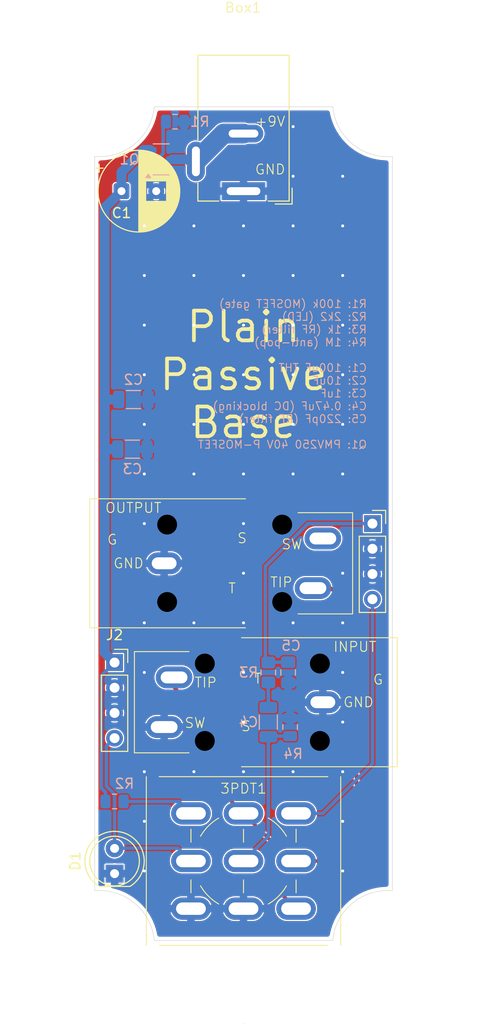
<source format=kicad_pcb>
(kicad_pcb (version 20231212) (generator "pcbnew") (generator_version "9.0")
  (layers (0 "F.Cu" jumper) (2 "B.Cu" signal) (13 "F.Paste" user) (15 "B.Paste" user) (5 "F.SilkS" user "F.Silkscreen") (7 "B.SilkS" user "B.Silkscreen") (1 "F.Mask" user) (3 "B.Mask" user) (25 "Edge.Cuts" user))
  (net 0 "")
  (net 1 "VIN")
  (net 2 "GND")
  (net 3 "IN^{EFF}")
  (net 4 "Net-(Q1-G)")
  (net 5 "Net-(3PDT1A-A1)")
  (net 6 "IN^{CONN}")
  (net 7 "OUT^{CONN}")
  (net 8 "OUT^{EFF}")
  (net 9 "Net-(3PDT1B-B2)")
  (net 10 "PWRIN")
  (net 11 "Net-(C4-Pad2)")
  (net 12 "LED")
  (footprint "Connector_BarrelJack:BarrelJack_Wuerth_6941xx301002" (layer "F.Cu") (at 100 66.5 180)
    (property "Reference" "J5" (hide yes))
    (property "Value" "Barrel_Jack_Switch")
    (fp_line (start 4.6 13.7) (end -4.6 13.7) (stroke (width 0.12)) (layer "F.SilkS"))
    (fp_line (start 4.6 5.2) (end 4.6 13.7) (stroke (width 0.12)) (layer "F.SilkS"))
    (fp_line (start 4.6 -1) (end 4.6 0.8) (stroke (width 0.12)) (layer "F.SilkS"))
    (fp_line (start 2.5 -1) (end 4.6 -1) (stroke (width 0.12)) (layer "F.SilkS"))
    (fp_line (start -3.2 -1.3) (end -4.9 -1.3) (stroke (width 0.12)) (layer "F.SilkS"))
    (fp_line (start -4.6 13.7) (end -4.6 -1) (stroke (width 0.12)) (layer "F.SilkS"))
    (fp_line (start -4.6 -1) (end -2.5 -1) (stroke (width 0.12)) (layer "F.SilkS"))
    (fp_line (start -4.9 -1.3) (end -4.9 0.3) (stroke (width 0.12)) (layer "F.SilkS"))
    (pad "1" thru_hole rect (at 0 0 180) (size 4.4 1.8) (drill oval 3.4 0.8) (layers "*.Cu" "*.Mask") (net 2 "GND"))
    (pad "2" thru_hole oval (at 0 5.8 180) (size 4 1.8) (drill oval 3 0.8) (layers "*.Cu" "*.Mask") (net 10 "PWRIN"))
    (pad "3" thru_hole oval (at 4.8 3 270) (size 4 1.8) (drill oval 3 0.8) (layers "*.Cu" "*.Mask") (net 10 "PWRIN"))
  )
  (footprint "LED_THT:LED_D5.0mm" (layer "F.Cu") (at 87 135.27 90)
    (property "Reference" "D1" (at 1.27 -3.96 90) (layer "F.SilkS"))
    (property "Value" "LED")
    (fp_line (start -1.29 -1.545) (end -1.29 1.545) (stroke (width 0.12)) (layer "F.SilkS"))
    (fp_arc (start -1.29 -1.54483) (mid 2.071779 -2.880495) (end 4.26 0) (stroke (width 0.12)) (layer "F.SilkS"))
    (fp_arc (start 4.26 0) (mid 2.071779 2.880495) (end -1.29 1.54483) (stroke (width 0.12)) (layer "F.SilkS"))
    (fp_circle (center 1.27 0) (end 3.77 0) (stroke (width 0.12)) (fill no) (layer "F.SilkS"))
    (pad "1" thru_hole rect (at 0 0 90) (size 1.8 1.8) (drill 0.9) (layers "*.Cu" "*.Mask") (net 2 "GND"))
    (pad "2" thru_hole circle (at 2.54 0 90) (size 1.8 1.8) (drill 0.9) (layers "*.Cu" "*.Mask") (net 12 "LED"))
  )
  (footprint "Connector_PinSocket_2.54mm:PinSocket_1x04_P2.54mm_Vertical" (layer "F.Cu") (at 113 100)
    (property "Reference" "J1" (hide yes))
    (property "Value" "Conn_01x04_Pin")
    (fp_line (start -1.33 1.27) (end -1.33 8.95) (stroke (width 0.12)) (layer "F.SilkS"))
    (fp_line (start -1.33 1.27) (end 1.33 1.27) (stroke (width 0.12)) (layer "F.SilkS"))
    (fp_line (start -1.33 8.95) (end 1.33 8.95) (stroke (width 0.12)) (layer "F.SilkS"))
    (fp_line (start 0 -1.33) (end 1.33 -1.33) (stroke (width 0.12)) (layer "F.SilkS"))
    (fp_line (start 1.33 -1.33) (end 1.33 0) (stroke (width 0.12)) (layer "F.SilkS"))
    (fp_line (start 1.33 1.27) (end 1.33 8.95) (stroke (width 0.12)) (layer "F.SilkS"))
    (pad "1" thru_hole rect (at 0 0) (size 1.7 1.7) (drill 1) (layers "*.Cu" "*.Mask") (net 3 "IN^{EFF}"))
    (pad "2" thru_hole circle (at 0 2.54) (size 1.7 1.7) (drill 1) (layers "*.Cu" "*.Mask") (net 2 "GND"))
    (pad "3" thru_hole circle (at 0 5.08) (size 1.7 1.7) (drill 1) (layers "*.Cu" "*.Mask") (net 2 "GND"))
    (pad "4" thru_hole circle (at 0 7.62) (size 1.7 1.7) (drill 1) (layers "*.Cu" "*.Mask") (net 8 "OUT^{EFF}"))
  )
  (footprint "Capacitor_THT:CP_Radial_D8.0mm_P3.50mm" (layer "F.Cu") (at 87.7 66.5)
    (property "Reference" "C1" (at 0 2.2 0) (layer "F.SilkS"))
    (property "Value" "100uF")
    (fp_line (start -2.659698 -2.315) (end -1.859698 -2.315) (stroke (width 0.12)) (layer "F.SilkS"))
    (fp_line (start -2.259698 -2.715) (end -2.259698 -1.915) (stroke (width 0.12)) (layer "F.SilkS"))
    (fp_line (start 1.75 -4.08) (end 1.75 4.08) (stroke (width 0.12)) (layer "F.SilkS"))
    (fp_line (start 1.79 -4.08) (end 1.79 4.08) (stroke (width 0.12)) (layer "F.SilkS"))
    (fp_line (start 1.83 -4.079) (end 1.83 4.079) (stroke (width 0.12)) (layer "F.SilkS"))
    (fp_line (start 1.87 -4.078) (end 1.87 4.078) (stroke (width 0.12)) (layer "F.SilkS"))
    (fp_line (start 1.91 -4.077) (end 1.91 4.077) (stroke (width 0.12)) (layer "F.SilkS"))
    (fp_line (start 1.95 -4.075) (end 1.95 4.075) (stroke (width 0.12)) (layer "F.SilkS"))
    (fp_line (start 1.99 -4.073) (end 1.99 4.073) (stroke (width 0.12)) (layer "F.SilkS"))
    (fp_line (start 2.03 -4.07) (end 2.03 4.07) (stroke (width 0.12)) (layer "F.SilkS"))
    (fp_line (start 2.07 -4.068) (end 2.07 4.068) (stroke (width 0.12)) (layer "F.SilkS"))
    (fp_line (start 2.11 -4.064) (end 2.11 4.064) (stroke (width 0.12)) (layer "F.SilkS"))
    (fp_line (start 2.15 -4.061) (end 2.15 4.061) (stroke (width 0.12)) (layer "F.SilkS"))
    (fp_line (start 2.19 -4.056) (end 2.19 4.056) (stroke (width 0.12)) (layer "F.SilkS"))
    (fp_line (start 2.23 -4.052) (end 2.23 4.052) (stroke (width 0.12)) (layer "F.SilkS"))
    (fp_line (start 2.27 -4.047) (end 2.27 4.047) (stroke (width 0.12)) (layer "F.SilkS"))
    (fp_line (start 2.31 -4.042) (end 2.31 4.042) (stroke (width 0.12)) (layer "F.SilkS"))
    (fp_line (start 2.35 -4.036) (end 2.35 4.036) (stroke (width 0.12)) (layer "F.SilkS"))
    (fp_line (start 2.39 -4.03) (end 2.39 4.03) (stroke (width 0.12)) (layer "F.SilkS"))
    (fp_line (start 2.43 -4.023) (end 2.43 4.023) (stroke (width 0.12)) (layer "F.SilkS"))
    (fp_line (start 2.47 -4.017) (end 2.47 -1.04) (stroke (width 0.12)) (layer "F.SilkS"))
    (fp_line (start 2.47 1.04) (end 2.47 4.017) (stroke (width 0.12)) (layer "F.SilkS"))
    (fp_line (start 2.51 -4.009) (end 2.51 -1.04) (stroke (width 0.12)) (layer "F.SilkS"))
    (fp_line (start 2.51 1.04) (end 2.51 4.009) (stroke (width 0.12)) (layer "F.SilkS"))
    (fp_line (start 2.55 -4.002) (end 2.55 -1.04) (stroke (width 0.12)) (layer "F.SilkS"))
    (fp_line (start 2.55 1.04) (end 2.55 4.002) (stroke (width 0.12)) (layer "F.SilkS"))
    (fp_line (start 2.59 -3.993) (end 2.59 -1.04) (stroke (width 0.12)) (layer "F.SilkS"))
    (fp_line (start 2.59 1.04) (end 2.59 3.993) (stroke (width 0.12)) (layer "F.SilkS"))
    (fp_line (start 2.63 -3.985) (end 2.63 -1.04) (stroke (width 0.12)) (layer "F.SilkS"))
    (fp_line (start 2.63 1.04) (end 2.63 3.985) (stroke (width 0.12)) (layer "F.SilkS"))
    (fp_line (start 2.67 -3.976) (end 2.67 -1.04) (stroke (width 0.12)) (layer "F.SilkS"))
    (fp_line (start 2.67 1.04) (end 2.67 3.976) (stroke (width 0.12)) (layer "F.SilkS"))
    (fp_line (start 2.71 -3.967) (end 2.71 -1.04) (stroke (width 0.12)) (layer "F.SilkS"))
    (fp_line (start 2.71 1.04) (end 2.71 3.967) (stroke (width 0.12)) (layer "F.SilkS"))
    (fp_line (start 2.75 -3.957) (end 2.75 -1.04) (stroke (width 0.12)) (layer "F.SilkS"))
    (fp_line (start 2.75 1.04) (end 2.75 3.957) (stroke (width 0.12)) (layer "F.SilkS"))
    (fp_line (start 2.79 -3.947) (end 2.79 -1.04) (stroke (width 0.12)) (layer "F.SilkS"))
    (fp_line (start 2.79 1.04) (end 2.79 3.947) (stroke (width 0.12)) (layer "F.SilkS"))
    (fp_line (start 2.83 -3.936) (end 2.83 -1.04) (stroke (width 0.12)) (layer "F.SilkS"))
    (fp_line (start 2.83 1.04) (end 2.83 3.936) (stroke (width 0.12)) (layer "F.SilkS"))
    (fp_line (start 2.87 -3.925) (end 2.87 -1.04) (stroke (width 0.12)) (layer "F.SilkS"))
    (fp_line (start 2.87 1.04) (end 2.87 3.925) (stroke (width 0.12)) (layer "F.SilkS"))
    (fp_line (start 2.91 -3.913) (end 2.91 -1.04) (stroke (width 0.12)) (layer "F.SilkS"))
    (fp_line (start 2.91 1.04) (end 2.91 3.913) (stroke (width 0.12)) (layer "F.SilkS"))
    (fp_line (start 2.95 -3.901) (end 2.95 -1.04) (stroke (width 0.12)) (layer "F.SilkS"))
    (fp_line (start 2.95 1.04) (end 2.95 3.901) (stroke (width 0.12)) (layer "F.SilkS"))
    (fp_line (start 2.99 -3.889) (end 2.99 -1.04) (stroke (width 0.12)) (layer "F.SilkS"))
    (fp_line (start 2.99 1.04) (end 2.99 3.889) (stroke (width 0.12)) (layer "F.SilkS"))
    (fp_line (start 3.03 -3.876) (end 3.03 -1.04) (stroke (width 0.12)) (layer "F.SilkS"))
    (fp_line (start 3.03 1.04) (end 3.03 3.876) (stroke (width 0.12)) (layer "F.SilkS"))
    (fp_line (start 3.07 -3.863) (end 3.07 -1.04) (stroke (width 0.12)) (layer "F.SilkS"))
    (fp_line (start 3.07 1.04) (end 3.07 3.863) (stroke (width 0.12)) (layer "F.SilkS"))
    (fp_line (start 3.11 -3.849) (end 3.11 -1.04) (stroke (width 0.12)) (layer "F.SilkS"))
    (fp_line (start 3.11 1.04) (end 3.11 3.849) (stroke (width 0.12)) (layer "F.SilkS"))
    (fp_line (start 3.15 -3.835) (end 3.15 -1.04) (stroke (width 0.12)) (layer "F.SilkS"))
    (fp_line (start 3.15 1.04) (end 3.15 3.835) (stroke (width 0.12)) (layer "F.SilkS"))
    (fp_line (start 3.19 -3.82) (end 3.19 -1.04) (stroke (width 0.12)) (layer "F.SilkS"))
    (fp_line (start 3.19 1.04) (end 3.19 3.82) (stroke (width 0.12)) (layer "F.SilkS"))
    (fp_line (start 3.23 -3.805) (end 3.23 -1.04) (stroke (width 0.12)) (layer "F.SilkS"))
    (fp_line (start 3.23 1.04) (end 3.23 3.805) (stroke (width 0.12)) (layer "F.SilkS"))
    (fp_line (start 3.27 -3.789) (end 3.27 -1.04) (stroke (width 0.12)) (layer "F.SilkS"))
    (fp_line (start 3.27 1.04) (end 3.27 3.789) (stroke (width 0.12)) (layer "F.SilkS"))
    (fp_line (start 3.31 -3.773) (end 3.31 -1.04) (stroke (width 0.12)) (layer "F.SilkS"))
    (fp_line (start 3.31 1.04) (end 3.31 3.773) (stroke (width 0.12)) (layer "F.SilkS"))
    (fp_line (start 3.35 -3.757) (end 3.35 -1.04) (stroke (width 0.12)) (layer "F.SilkS"))
    (fp_line (start 3.35 1.04) (end 3.35 3.757) (stroke (width 0.12)) (layer "F.SilkS"))
    (fp_line (start 3.39 -3.74) (end 3.39 -1.04) (stroke (width 0.12)) (layer "F.SilkS"))
    (fp_line (start 3.39 1.04) (end 3.39 3.74) (stroke (width 0.12)) (layer "F.SilkS"))
    (fp_line (start 3.43 -3.722) (end 3.43 -1.04) (stroke (width 0.12)) (layer "F.SilkS"))
    (fp_line (start 3.43 1.04) (end 3.43 3.722) (stroke (width 0.12)) (layer "F.SilkS"))
    (fp_line (start 3.47 -3.704) (end 3.47 -1.04) (stroke (width 0.12)) (layer "F.SilkS"))
    (fp_line (start 3.47 1.04) (end 3.47 3.704) (stroke (width 0.12)) (layer "F.SilkS"))
    (fp_line (start 3.51 -3.685) (end 3.51 -1.04) (stroke (width 0.12)) (layer "F.SilkS"))
    (fp_line (start 3.51 1.04) (end 3.51 3.685) (stroke (width 0.12)) (layer "F.SilkS"))
    (fp_line (start 3.55 -3.666) (end 3.55 -1.04) (stroke (width 0.12)) (layer "F.SilkS"))
    (fp_line (start 3.55 1.04) (end 3.55 3.666) (stroke (width 0.12)) (layer "F.SilkS"))
    (fp_line (start 3.59 -3.646) (end 3.59 -1.04) (stroke (width 0.12)) (layer "F.SilkS"))
    (fp_line (start 3.59 1.04) (end 3.59 3.646) (stroke (width 0.12)) (layer "F.SilkS"))
    (fp_line (start 3.63 -3.626) (end 3.63 -1.04) (stroke (width 0.12)) (layer "F.SilkS"))
    (fp_line (start 3.63 1.04) (end 3.63 3.626) (stroke (width 0.12)) (layer "F.SilkS"))
    (fp_line (start 3.67 -3.605) (end 3.67 -1.04) (stroke (width 0.12)) (layer "F.SilkS"))
    (fp_line (start 3.67 1.04) (end 3.67 3.605) (stroke (width 0.12)) (layer "F.SilkS"))
    (fp_line (start 3.71 -3.584) (end 3.71 -1.04) (stroke (width 0.12)) (layer "F.SilkS"))
    (fp_line (start 3.71 1.04) (end 3.71 3.584) (stroke (width 0.12)) (layer "F.SilkS"))
    (fp_line (start 3.75 -3.562) (end 3.75 -1.04) (stroke (width 0.12)) (layer "F.SilkS"))
    (fp_line (start 3.75 1.04) (end 3.75 3.562) (stroke (width 0.12)) (layer "F.SilkS"))
    (fp_line (start 3.79 -3.539) (end 3.79 -1.04) (stroke (width 0.12)) (layer "F.SilkS"))
    (fp_line (start 3.79 1.04) (end 3.79 3.539) (stroke (width 0.12)) (layer "F.SilkS"))
    (fp_line (start 3.83 -3.516) (end 3.83 -1.04) (stroke (width 0.12)) (layer "F.SilkS"))
    (fp_line (start 3.83 1.04) (end 3.83 3.516) (stroke (width 0.12)) (layer "F.SilkS"))
    (fp_line (start 3.87 -3.493) (end 3.87 -1.04) (stroke (width 0.12)) (layer "F.SilkS"))
    (fp_line (start 3.87 1.04) (end 3.87 3.493) (stroke (width 0.12)) (layer "F.SilkS"))
    (fp_line (start 3.91 -3.468) (end 3.91 -1.04) (stroke (width 0.12)) (layer "F.SilkS"))
    (fp_line (start 3.91 1.04) (end 3.91 3.468) (stroke (width 0.12)) (layer "F.SilkS"))
    (fp_line (start 3.95 -3.443) (end 3.95 -1.04) (stroke (width 0.12)) (layer "F.SilkS"))
    (fp_line (start 3.95 1.04) (end 3.95 3.443) (stroke (width 0.12)) (layer "F.SilkS"))
    (fp_line (start 3.99 -3.418) (end 3.99 -1.04) (stroke (width 0.12)) (layer "F.SilkS"))
    (fp_line (start 3.99 1.04) (end 3.99 3.418) (stroke (width 0.12)) (layer "F.SilkS"))
    (fp_line (start 4.03 -3.392) (end 4.03 -1.04) (stroke (width 0.12)) (layer "F.SilkS"))
    (fp_line (start 4.03 1.04) (end 4.03 3.392) (stroke (width 0.12)) (layer "F.SilkS"))
    (fp_line (start 4.07 -3.365) (end 4.07 -1.04) (stroke (width 0.12)) (layer "F.SilkS"))
    (fp_line (start 4.07 1.04) (end 4.07 3.365) (stroke (width 0.12)) (layer "F.SilkS"))
    (fp_line (start 4.11 -3.337) (end 4.11 -1.04) (stroke (width 0.12)) (layer "F.SilkS"))
    (fp_line (start 4.11 1.04) (end 4.11 3.337) (stroke (width 0.12)) (layer "F.SilkS"))
    (fp_line (start 4.15 -3.309) (end 4.15 -1.04) (stroke (width 0.12)) (layer "F.SilkS"))
    (fp_line (start 4.15 1.04) (end 4.15 3.309) (stroke (width 0.12)) (layer "F.SilkS"))
    (fp_line (start 4.19 -3.28) (end 4.19 -1.04) (stroke (width 0.12)) (layer "F.SilkS"))
    (fp_line (start 4.19 1.04) (end 4.19 3.28) (stroke (width 0.12)) (layer "F.SilkS"))
    (fp_line (start 4.23 -3.25) (end 4.23 -1.04) (stroke (width 0.12)) (layer "F.SilkS"))
    (fp_line (start 4.23 1.04) (end 4.23 3.25) (stroke (width 0.12)) (layer "F.SilkS"))
    (fp_line (start 4.27 -3.219) (end 4.27 -1.04) (stroke (width 0.12)) (layer "F.SilkS"))
    (fp_line (start 4.27 1.04) (end 4.27 3.219) (stroke (width 0.12)) (layer "F.SilkS"))
    (fp_line (start 4.31 -3.188) (end 4.31 -1.04) (stroke (width 0.12)) (layer "F.SilkS"))
    (fp_line (start 4.31 1.04) (end 4.31 3.188) (stroke (width 0.12)) (layer "F.SilkS"))
    (fp_line (start 4.35 -3.156) (end 4.35 -1.04) (stroke (width 0.12)) (layer "F.SilkS"))
    (fp_line (start 4.35 1.04) (end 4.35 3.156) (stroke (width 0.12)) (layer "F.SilkS"))
    (fp_line (start 4.39 -3.123) (end 4.39 -1.04) (stroke (width 0.12)) (layer "F.SilkS"))
    (fp_line (start 4.39 1.04) (end 4.39 3.123) (stroke (width 0.12)) (layer "F.SilkS"))
    (fp_line (start 4.43 -3.089) (end 4.43 -1.04) (stroke (width 0.12)) (layer "F.SilkS"))
    (fp_line (start 4.43 1.04) (end 4.43 3.089) (stroke (width 0.12)) (layer "F.SilkS"))
    (fp_line (start 4.47 -3.055) (end 4.47 -1.04) (stroke (width 0.12)) (layer "F.SilkS"))
    (fp_line (start 4.47 1.04) (end 4.47 3.055) (stroke (width 0.12)) (layer "F.SilkS"))
    (fp_line (start 4.51 -3.019) (end 4.51 -1.04) (stroke (width 0.12)) (layer "F.SilkS"))
    (fp_line (start 4.51 1.04) (end 4.51 3.019) (stroke (width 0.12)) (layer "F.SilkS"))
    (fp_line (start 4.55 -2.982) (end 4.55 2.982) (stroke (width 0.12)) (layer "F.SilkS"))
    (fp_line (start 4.59 -2.945) (end 4.59 2.945) (stroke (width 0.12)) (layer "F.SilkS"))
    (fp_line (start 4.63 -2.906) (end 4.63 2.906) (stroke (width 0.12)) (layer "F.SilkS"))
    (fp_line (start 4.67 -2.867) (end 4.67 2.867) (stroke (width 0.12)) (layer "F.SilkS"))
    (fp_line (start 4.71 -2.826) (end 4.71 2.826) (stroke (width 0.12)) (layer "F.SilkS"))
    (fp_line (start 4.75 -2.784) (end 4.75 2.784) (stroke (width 0.12)) (layer "F.SilkS"))
    (fp_line (start 4.79 -2.741) (end 4.79 2.741) (stroke (width 0.12)) (layer "F.SilkS"))
    (fp_line (start 4.83 -2.696) (end 4.83 2.696) (stroke (width 0.12)) (layer "F.SilkS"))
    (fp_line (start 4.87 -2.651) (end 4.87 2.651) (stroke (width 0.12)) (layer "F.SilkS"))
    (fp_line (start 4.91 -2.604) (end 4.91 2.604) (stroke (width 0.12)) (layer "F.SilkS"))
    (fp_line (start 4.95 -2.555) (end 4.95 2.555) (stroke (width 0.12)) (layer "F.SilkS"))
    (fp_line (start 4.99 -2.505) (end 4.99 2.505) (stroke (width 0.12)) (layer "F.SilkS"))
    (fp_line (start 5.03 -2.453) (end 5.03 2.453) (stroke (width 0.12)) (layer "F.SilkS"))
    (fp_line (start 5.07 -2.4) (end 5.07 2.4) (stroke (width 0.12)) (layer "F.SilkS"))
    (fp_line (start 5.11 -2.344) (end 5.11 2.344) (stroke (width 0.12)) (layer "F.SilkS"))
    (fp_line (start 5.15 -2.287) (end 5.15 2.287) (stroke (width 0.12)) (layer "F.SilkS"))
    (fp_line (start 5.19 -2.227) (end 5.19 2.227) (stroke (width 0.12)) (layer "F.SilkS"))
    (fp_line (start 5.23 -2.165) (end 5.23 2.165) (stroke (width 0.12)) (layer "F.SilkS"))
    (fp_line (start 5.27 -2.101) (end 5.27 2.101) (stroke (width 0.12)) (layer "F.SilkS"))
    (fp_line (start 5.31 -2.034) (end 5.31 2.034) (stroke (width 0.12)) (layer "F.SilkS"))
    (fp_line (start 5.35 -1.964) (end 5.35 1.964) (stroke (width 0.12)) (layer "F.SilkS"))
    (fp_line (start 5.39 -1.89) (end 5.39 1.89) (stroke (width 0.12)) (layer "F.SilkS"))
    (fp_line (start 5.43 -1.813) (end 5.43 1.813) (stroke (width 0.12)) (layer "F.SilkS"))
    (fp_line (start 5.47 -1.731) (end 5.47 1.731) (stroke (width 0.12)) (layer "F.SilkS"))
    (fp_line (start 5.51 -1.644) (end 5.51 1.644) (stroke (width 0.12)) (layer "F.SilkS"))
    (fp_line (start 5.55 -1.552) (end 5.55 1.552) (stroke (width 0.12)) (layer "F.SilkS"))
    (fp_line (start 5.59 -1.453) (end 5.59 1.453) (stroke (width 0.12)) (layer "F.SilkS"))
    (fp_line (start 5.63 -1.346) (end 5.63 1.346) (stroke (width 0.12)) (layer "F.SilkS"))
    (fp_line (start 5.67 -1.228) (end 5.67 1.228) (stroke (width 0.12)) (layer "F.SilkS"))
    (fp_line (start 5.71 -1.097) (end 5.71 1.097) (stroke (width 0.12)) (layer "F.SilkS"))
    (fp_line (start 5.75 -0.947) (end 5.75 0.947) (stroke (width 0.12)) (layer "F.SilkS"))
    (fp_line (start 5.79 -0.768) (end 5.79 0.768) (stroke (width 0.12)) (layer "F.SilkS"))
    (fp_line (start 5.83 -0.533) (end 5.83 0.533) (stroke (width 0.12)) (layer "F.SilkS"))
    (fp_circle (center 1.75 0) (end 5.87 0) (stroke (width 0.12)) (fill no) (layer "F.SilkS"))
    (pad "1" thru_hole roundrect (at 0 0) (size 1.6 1.6) (drill 0.8) (layers "*.Cu" "*.Mask") (roundrect_rratio 0.15625) (net 1 "VIN"))
    (pad "2" thru_hole circle (at 3.5 0) (size 1.6 1.6) (drill 0.8) (layers "*.Cu" "*.Mask") (net 2 "GND"))
  )
  (footprint "Mylib:1590A" (layer "F.Cu") (at 100 100)
    (property "Reference" "Box1" (at -0.05 -52 0) (layer "F.SilkS") (effects (font (thickness 0.1))))
    (property "Value" "1590A")
    (fp_line (start 0.05 50.375) (end 0.05 50.375) (stroke (width 0.1)) (layer "F.SilkS"))
  )
  (footprint "Mylib:3PDT-Stomp-Switch" (layer "F.Cu") (at 100 134)
    (property "Reference" "3PDT1" (at 0 -7.3 0) (layer "F.SilkS") (effects (font (thickness 0.1))))
    (property "Value" "3PDT")
    (fp_line (start -9.8 -8.5) (end -9.8 8.5) (stroke (width 0.1)) (layer "F.SilkS"))
    (fp_line (start -8.5 -8.5) (end 8.5 -8.5) (stroke (width 0.1)) (layer "F.SilkS"))
    (fp_line (start -8.5 8.5) (end 8.5 8.5) (stroke (width 0.1)) (layer "F.SilkS"))
    (fp_line (start -5.3 -3.2) (end -5.3 -1.9) (stroke (width 0.1)) (layer "F.SilkS"))
    (fp_line (start -5.3 1.9) (end -5.3 3.2) (stroke (width 0.1)) (layer "F.SilkS"))
    (fp_line (start 0 -3.2) (end 0 -1.9) (stroke (width 0.1)) (layer "F.SilkS"))
    (fp_line (start 0 1.9) (end 0 3.2) (stroke (width 0.1)) (layer "F.SilkS"))
    (fp_line (start 5.3 -3.2) (end 5.3 -1.9) (stroke (width 0.1)) (layer "F.SilkS"))
    (fp_line (start 5.3 1.9) (end 5.3 3.2) (stroke (width 0.1)) (layer "F.SilkS"))
    (fp_line (start 9.8 -8.5) (end 9.8 8.5) (stroke (width 0.1)) (layer "F.SilkS"))
    (fp_arc (start -4.33 -2.5) (mid -3.535462 -3.535462) (end -2.5 -4.33) (stroke (width 0.1)) (layer "F.SilkS"))
    (fp_arc (start -2.5 4.33) (mid -3.535462 3.535462) (end -4.33 2.5) (stroke (width 0.1)) (layer "F.SilkS"))
    (fp_arc (start 2.5 -4.33) (mid 3.535462 -3.535462) (end 4.33 -2.5) (stroke (width 0.1)) (layer "F.SilkS"))
    (fp_arc (start 4.33 2.5) (mid 3.535462 3.535462) (end 2.5 4.33) (stroke (width 0.1)) (layer "F.SilkS"))
    (pad "1" thru_hole oval (at -5.3 -4.8) (size 4 2.25) (drill oval 3 1.25) (layers "*.Cu" "*.Mask") (net 5 "Net-(3PDT1A-A1)"))
    (pad "2" thru_hole oval (at -5.3 0) (size 4 2.25) (drill oval 3 1.25) (layers "*.Cu" "*.Mask") (net 12 "LED"))
    (pad "3" thru_hole oval (at -5.3 4.8) (size 4 2.25) (drill oval 3 1.25) (layers "*.Cu" "*.Mask") (net 2 "GND"))
    (pad "4" thru_hole oval (at 0 -4.8) (size 4 2.25) (drill oval 3 1.25) (layers "*.Cu" "*.Mask") (net 6 "IN^{CONN}"))
    (pad "5" thru_hole oval (at 0 0) (size 4 2.25) (drill oval 3 1.25) (layers "*.Cu" "*.Mask") (net 9 "Net-(3PDT1B-B2)"))
    (pad "6" thru_hole oval (at 0 4.8) (size 4 2.25) (drill oval 3 1.25) (layers "*.Cu" "*.Mask") (net 2 "GND"))
    (pad "7" thru_hole oval (at 5.3 -4.8) (size 4 2.25) (drill oval 3 1.25) (layers "*.Cu" "*.Mask") (net 8 "OUT^{EFF}"))
    (pad "8" thru_hole oval (at 5.3 0) (size 4 2.25) (drill oval 3 1.25) (layers "*.Cu" "*.Mask") (net 7 "OUT^{CONN}"))
    (pad "9" thru_hole oval (at 5.3 4.8) (size 4 2.25) (drill oval 3 1.25) (layers "*.Cu" "*.Mask") (net 6 "IN^{CONN}"))
  )
  (footprint "Connector_PinSocket_2.54mm:PinSocket_1x04_P2.54mm_Vertical" (layer "F.Cu") (at 87 114)
    (property "Reference" "J2" (at 0 -2.77 0) (layer "F.SilkS"))
    (property "Value" "Conn_01x04_Pin")
    (fp_line (start -1.33 1.27) (end -1.33 8.95) (stroke (width 0.12)) (layer "F.SilkS"))
    (fp_line (start -1.33 1.27) (end 1.33 1.27) (stroke (width 0.12)) (layer "F.SilkS"))
    (fp_line (start -1.33 8.95) (end 1.33 8.95) (stroke (width 0.12)) (layer "F.SilkS"))
    (fp_line (start 0 -1.33) (end 1.33 -1.33) (stroke (width 0.12)) (layer "F.SilkS"))
    (fp_line (start 1.33 -1.33) (end 1.33 0) (stroke (width 0.12)) (layer "F.SilkS"))
    (fp_line (start 1.33 1.27) (end 1.33 8.95) (stroke (width 0.12)) (layer "F.SilkS"))
    (pad "1" thru_hole rect (at 0 0) (size 1.7 1.7) (drill 1) (layers "*.Cu" "*.Mask") (net 1 "VIN"))
    (pad "2" thru_hole circle (at 0 2.54) (size 1.7 1.7) (drill 1) (layers "*.Cu" "*.Mask") (net 2 "GND"))
    (pad "3" thru_hole circle (at 0 5.08) (size 1.7 1.7) (drill 1) (layers "*.Cu" "*.Mask") (net 2 "GND"))
    (pad "4" thru_hole circle (at 0 7.62) (size 1.7 1.7) (drill 1) (layers "*.Cu" "*.Mask") (net 12 "LED"))
  )
  (footprint "Mylib:CK-6.35" (layer "F.Cu") (at 108 118 180)
    (property "Reference" "J3" (hide yes))
    (property "Value" "AudioJack2_Ground" (hide yes))
    (fp_line (start 19 5.1) (end 13.5 5.1) (stroke (width 0.1)) (layer "F.SilkS"))
    (fp_line (start 19 -5.1) (end 19 5.1) (stroke (width 0.1)) (layer "F.SilkS"))
    (fp_line (start 13.5 -5.1) (end 19 -5.1) (stroke (width 0.1)) (layer "F.SilkS"))
    (fp_line (start -7.5 6.5) (end 8.2 6.5) (stroke (width 0.1)) (layer "F.SilkS"))
    (fp_line (start -7.5 -6.5) (end 8.2 -6.5) (stroke (width 0.1)) (layer "F.SilkS"))
    (fp_line (start -7.5 -6.5) (end -7.5 6.5) (stroke (width 0.1)) (layer "F.SilkS"))
    (fp_text user "TIP" (at 13 1.4 0) (layer "F.SilkS") (effects (font (thickness 0.1)) (justify left bottom)))
    (fp_text user "SW" (at 14 -1.5 0) (layer "F.SilkS") (effects (font (thickness 0.1)) (justify left top)))
    (fp_text user "G" (at -5 1.7 0) (layer "F.SilkS") (effects (font (thickness 0.1)) (justify left bottom)))
    (fp_text user "T" (at 7 1.8 0) (layer "F.SilkS") (effects (font (thickness 0.1)) (justify left bottom)))
    (fp_text user "GND" (at -2 0 0) (layer "F.SilkS") (effects (font (thickness 0.1)) (justify left)))
    (fp_text user "S" (at 8.3 -3 0) (layer "F.SilkS") (effects (font (thickness 0.1)) (justify left bottom)))
    (pad "" np_thru_hole circle (at 0.3 -3.9 180) (size 2.54 2.54) (drill 2) (layers "*.Mask"))
    (pad "" np_thru_hole circle (at 0.3 3.9 180) (size 2.54 2.54) (drill 2) (layers "*.Mask"))
    (pad "" np_thru_hole circle (at 11.9 -3.9 180) (size 2.54 2.54) (drill 2) (layers "*.Mask"))
    (pad "" np_thru_hole circle (at 11.9 3.9 180) (size 2.54 2.54) (drill 2) (layers "*.Mask"))
    (pad "G" thru_hole oval (at 0 0 180) (size 3.5 2.2) (drill oval 2.5 1.2) (layers "*.Cu" "*.Mask") (net 2 "GND"))
    (pad "S" thru_hole oval (at 16 -2.5 180) (size 3.7 2.2) (drill oval 2.7 1.2) (layers "*.Cu" "*.Mask") (net 2 "GND"))
    (pad "T" thru_hole oval (at 15 2.5 180) (size 3.7 2.2) (drill oval 2.7 1.2) (layers "*.Cu" "*.Mask") (net 6 "IN^{CONN}"))
  )
  (footprint "Mylib:CK-6.35" (layer "F.Cu") (at 92 104)
    (property "Reference" "J4" (hide yes))
    (property "Value" "AudioJack2_Ground" (hide yes))
    (fp_line (start -7.5 -6.5) (end -7.5 6.5) (stroke (width 0.1)) (layer "F.SilkS"))
    (fp_line (start -7.5 -6.5) (end 8.2 -6.5) (stroke (width 0.1)) (layer "F.SilkS"))
    (fp_line (start -7.5 6.5) (end 8.2 6.5) (stroke (width 0.1)) (layer "F.SilkS"))
    (fp_line (start 13.5 -5.1) (end 19 -5.1) (stroke (width 0.1)) (layer "F.SilkS"))
    (fp_line (start 19 -5.1) (end 19 5.1) (stroke (width 0.1)) (layer "F.SilkS"))
    (fp_line (start 19 5.1) (end 13.5 5.1) (stroke (width 0.1)) (layer "F.SilkS"))
    (fp_text user "TIP" (at 13 2.5 0) (layer "F.SilkS") (effects (font (thickness 0.1)) (justify right bottom)))
    (fp_text user "GND" (at -2 0 0) (layer "F.SilkS") (effects (font (thickness 0.1)) (justify right)))
    (fp_text user "S" (at 8.4 -3.2 180) (layer "F.SilkS") (effects (font (thickness 0.1)) (justify left bottom)))
    (fp_text user "SW" (at 14 -2.5 0) (layer "F.SilkS") (effects (font (thickness 0.1)) (justify right top)))
    (fp_text user "G" (at -5.8 -1.8 0) (layer "F.SilkS") (effects (font (thickness 0.1)) (justify left bottom)))
    (fp_text user "T" (at 6.4 3.1 0) (layer "F.SilkS") (effects (font (thickness 0.1)) (justify left bottom)))
    (pad "" np_thru_hole circle (at 0.3 -3.9) (size 2.54 2.54) (drill 2) (layers "*.Mask"))
    (pad "" np_thru_hole circle (at 0.3 3.9) (size 2.54 2.54) (drill 2) (layers "*.Mask"))
    (pad "" np_thru_hole circle (at 11.9 -3.9) (size 2.54 2.54) (drill 2) (layers "*.Mask"))
    (pad "" np_thru_hole circle (at 11.9 3.9) (size 2.54 2.54) (drill 2) (layers "*.Mask"))
    (pad "G" thru_hole oval (at 0 0) (size 3.5 2.2) (drill oval 2.5 1.2) (layers "*.Cu" "*.Mask") (net 2 "GND"))
    (pad "S" thru_hole oval (at 16 -2.5) (size 3.7 2.2) (drill oval 2.7 1.2) (layers "*.Cu" "*.Mask"))
    (pad "T" thru_hole oval (at 15 2.5) (size 3.7 2.2) (drill oval 2.7 1.2) (layers "*.Cu" "*.Mask") (net 7 "OUT^{CONN}"))
  )
  (footprint "Capacitor_SMD:C_1206_3216Metric" (layer "B.Cu") (at 88.9 87.5)
    (property "Reference" "C2" (at 0 -2 180) (layer "B.SilkS") (effects (justify mirror)))
    (property "Value" "10uF")
    (fp_line (start -0.711252 -0.91) (end 0.711252 -0.91) (stroke (width 0.12)) (layer "B.SilkS"))
    (fp_line (start -0.711252 0.91) (end 0.711252 0.91) (stroke (width 0.12)) (layer "B.SilkS"))
    (pad "1" smd roundrect (at -1.475 0) (size 1.15 1.8) (layers "B.Cu" "B.Mask" "B.Paste") (roundrect_rratio 0.217391) (net 1 "VIN"))
    (pad "2" smd roundrect (at 1.475 0) (size 1.15 1.8) (layers "B.Cu" "B.Mask" "B.Paste") (roundrect_rratio 0.217391) (net 2 "GND"))
  )
  (footprint "Package_TO_SOT_SMD:SOT-23-3" (layer "B.Cu") (at 91.7 63.3)
    (property "Reference" "Q1" (at -3.2 0 180) (layer "B.SilkS") (effects (justify mirror)))
    (property "Value" "40V")
    (fp_line (start 0 -1.56) (end -0.8 -1.56) (stroke (width 0.12)) (layer "B.SilkS"))
    (fp_line (start 0 -1.56) (end 0.8 -1.56) (stroke (width 0.12)) (layer "B.SilkS"))
    (fp_line (start 0 1.56) (end -0.8 1.56) (stroke (width 0.12)) (layer "B.SilkS"))
    (fp_line (start 0 1.56) (end 0.8 1.56) (stroke (width 0.12)) (layer "B.SilkS"))
    (fp_poly (pts (xy -1.3 1.51) (xy -1.54 1.84) (xy -1.06 1.84)) (stroke (width 0.12)) (fill yes) (layer "B.SilkS"))
    (pad "1" smd roundrect (at -1.1375 0.95) (size 1.325 0.6) (layers "B.Cu" "B.Mask" "B.Paste") (net 4 "Net-(Q1-G)"))
    (pad "2" smd roundrect (at -1.1375 -0.95) (size 1.325 0.6) (layers "B.Cu" "B.Mask" "B.Paste") (net 1 "VIN"))
    (pad "3" smd roundrect (at 1.1375 0) (size 1.325 0.6) (layers "B.Cu" "B.Mask" "B.Paste") (net 10 "PWRIN"))
  )
  (footprint "Resistor_SMD:R_0805_2012Metric" (layer "B.Cu") (at 104.7 120.5 90)
    (property "Reference" "R4" (at -2.7 0.3 180) (layer "B.SilkS") (effects (justify mirror)))
    (property "Value" "1MEG")
    (fp_line (start -0.227064 -0.735) (end 0.227064 -0.735) (stroke (width 0.12)) (layer "B.SilkS"))
    (fp_line (start -0.227064 0.735) (end 0.227064 0.735) (stroke (width 0.12)) (layer "B.SilkS"))
    (pad "1" smd roundrect (at -0.9125 0 90) (size 1.025 1.4) (layers "B.Cu" "B.Mask" "B.Paste") (roundrect_rratio 0.243902) (net 9 "Net-(3PDT1B-B2)"))
    (pad "2" smd roundrect (at 0.9125 0 90) (size 1.025 1.4) (layers "B.Cu" "B.Mask" "B.Paste") (roundrect_rratio 0.243902) (net 2 "GND"))
  )
  (footprint "Resistor_SMD:R_0805_2012Metric" (layer "B.Cu") (at 87 128)
    (property "Reference" "R2" (at 1 -1.8 180) (layer "B.SilkS") (effects (justify mirror)))
    (property "Value" "2k2")
    (fp_line (start -0.227064 -0.735) (end 0.227064 -0.735) (stroke (width 0.12)) (layer "B.SilkS"))
    (fp_line (start -0.227064 0.735) (end 0.227064 0.735) (stroke (width 0.12)) (layer "B.SilkS"))
    (pad "1" smd roundrect (at -0.9125 0) (size 1.025 1.4) (layers "B.Cu" "B.Mask" "B.Paste") (roundrect_rratio 0.243902) (net 1 "VIN"))
    (pad "2" smd roundrect (at 0.9125 0) (size 1.025 1.4) (layers "B.Cu" "B.Mask" "B.Paste") (roundrect_rratio 0.243902) (net 5 "Net-(3PDT1A-A1)"))
  )
  (footprint "Resistor_SMD:R_0805_2012Metric_Pad1.20x1.40mm_HandSolder" (layer "B.Cu") (at 102.5 115 90)
    (property "Reference" "R3" (at 0 -2 180) (layer "B.SilkS") (effects (justify mirror)))
    (property "Value" "1k")
    (fp_line (start -0.227064 -0.735) (end 0.227064 -0.735) (stroke (width 0.12)) (layer "B.SilkS"))
    (fp_line (start -0.227064 0.735) (end 0.227064 0.735) (stroke (width 0.12)) (layer "B.SilkS"))
    (pad "1" smd roundrect (at -1 0 90) (size 1.2 1.4) (layers "B.Cu" "B.Mask" "B.Paste") (roundrect_rratio 0.208333) (net 11 "Net-(C4-Pad2)"))
    (pad "2" smd roundrect (at 1 0 90) (size 1.2 1.4) (layers "B.Cu" "B.Mask" "B.Paste") (roundrect_rratio 0.208333) (net 3 "IN^{EFF}"))
  )
  (footprint "Capacitor_SMD:C_1206_3216Metric" (layer "B.Cu") (at 102.5 120 90)
    (property "Reference" "C4" (at 0 -2 180) (layer "B.SilkS") (effects (justify mirror)))
    (property "Value" "0.47uF")
    (fp_line (start -0.711252 -0.91) (end 0.711252 -0.91) (stroke (width 0.12)) (layer "B.SilkS"))
    (fp_line (start -0.711252 0.91) (end 0.711252 0.91) (stroke (width 0.12)) (layer "B.SilkS"))
    (pad "1" smd roundrect (at -1.475 0 90) (size 1.15 1.8) (layers "B.Cu" "B.Mask" "B.Paste") (roundrect_rratio 0.217391) (net 9 "Net-(3PDT1B-B2)"))
    (pad "2" smd roundrect (at 1.475 0 90) (size 1.15 1.8) (layers "B.Cu" "B.Mask" "B.Paste") (roundrect_rratio 0.217391) (net 11 "Net-(C4-Pad2)"))
  )
  (footprint "Resistor_SMD:R_0805_2012Metric" (layer "B.Cu") (at 93.1 59.5)
    (property "Reference" "R1" (at 2.5 0 180) (layer "B.SilkS") (effects (justify mirror)))
    (property "Value" "100k")
    (fp_line (start -0.227064 -0.735) (end 0.227064 -0.735) (stroke (width 0.12)) (layer "B.SilkS"))
    (fp_line (start -0.227064 0.735) (end 0.227064 0.735) (stroke (width 0.12)) (layer "B.SilkS"))
    (pad "1" smd roundrect (at -0.9125 0) (size 1.025 1.4) (layers "B.Cu" "B.Mask" "B.Paste") (roundrect_rratio 0.243902) (net 4 "Net-(Q1-G)"))
    (pad "2" smd roundrect (at 0.9125 0) (size 1.025 1.4) (layers "B.Cu" "B.Mask" "B.Paste") (roundrect_rratio 0.243902) (net 2 "GND"))
  )
  (footprint "Capacitor_SMD:C_0805_2012Metric_Pad1.18x1.45mm_HandSolder" (layer "B.Cu") (at 104.5 115 -90)
    (property "Reference" "C5" (at -2.7 -0.3 180) (layer "B.SilkS") (effects (justify mirror)))
    (property "Value" "220pF")
    (fp_line (start -0.261252 0.735) (end 0.261252 0.735) (stroke (width 0.12)) (layer "B.SilkS"))
    (fp_line (start -0.261252 -0.735) (end 0.261252 -0.735) (stroke (width 0.12)) (layer "B.SilkS"))
    (pad "1" smd roundrect (at -1.0375 0 270) (size 1.175 1.45) (layers "B.Cu" "B.Mask" "B.Paste") (roundrect_rratio 0.212766) (net 3 "IN^{EFF}"))
    (pad "2" smd roundrect (at 1.0375 0 270) (size 1.175 1.45) (layers "B.Cu" "B.Mask" "B.Paste") (roundrect_rratio 0.212766) (net 2 "GND"))
  )
  (footprint "Capacitor_SMD:C_1206_3216Metric" (layer "B.Cu") (at 88.8 92.5)
    (property "Reference" "C3" (at 0 2 180) (layer "B.SilkS") (effects (justify mirror)))
    (property "Value" "1uF")
    (fp_line (start -0.711252 -0.91) (end 0.711252 -0.91) (stroke (width 0.12)) (layer "B.SilkS"))
    (fp_line (start -0.711252 0.91) (end 0.711252 0.91) (stroke (width 0.12)) (layer "B.SilkS"))
    (pad "1" smd roundrect (at -1.475 0) (size 1.15 1.8) (layers "B.Cu" "B.Mask" "B.Paste") (roundrect_rratio 0.217391) (net 1 "VIN"))
    (pad "2" smd roundrect (at 1.475 0) (size 1.15 1.8) (layers "B.Cu" "B.Mask" "B.Paste") (roundrect_rratio 0.217391) (net 2 "GND"))
  )
  (gr_arc (start 109 142) (mid 110.964466 138.257359) (end 115 137) (stroke (width 0.05)) (layer "Edge.Cuts"))
  (gr_arc (start 91 58) (mid 89.035534 61.742641) (end 85 63) (stroke (width 0.05)) (layer "Edge.Cuts"))
  (gr_arc (start 115 63) (mid 110.964466 61.742641) (end 109 58) (stroke (width 0.05)) (layer "Edge.Cuts"))
  (gr_line (start 91 142) (end 109 142) (stroke (width 0.05)) (layer "Edge.Cuts"))
  (gr_line (start 115 63) (end 115 137) (stroke (width 0.05)) (layer "Edge.Cuts"))
  (gr_line (start 91 58) (end 109 58) (stroke (width 0.05)) (layer "Edge.Cuts"))
  (gr_line (start 85 137) (end 85 63) (stroke (width 0.05)) (layer "Edge.Cuts"))
  (gr_arc (start 85 137) (mid 89.035534 138.257359) (end 91 142) (stroke (width 0.05)) (layer "Edge.Cuts"))
  (gr_text "Plain\nPassive\nBase" (at 100 85 0) (layer "F.SilkS") (effects (font (size 3 3))))
  (gr_text "INPUT" (at 109 113 0) (layer "F.SilkS") (effects (font (size 1 1) (thickness 0.1)) (justify left bottom)))
  (gr_text "+9V\n\n\nGND" (at 101.1 64.9 0) (layer "F.SilkS") (effects (font (size 1 1) (thickness 0.1)) (justify left bottom)))
  (gr_text "OUTPUT" (at 86 99 0) (layer "F.SilkS") (effects (font (size 1 1) (thickness 0.1)) (justify left bottom)))
  (gr_text "R1: 100k (MOSFET gate)\nR2: 2k2 (LED)\nR3: 1k (RF filter)\nR4: 1M (anti-pop) \n\nC1: 100uF THT\nC2: 10uF\nC3: 1uF\nC4: 0.47uF (DC blocking)\nC5: 220pF (RF filter)\n\nQ1: PMV250 40V P-MOSFET" (at 112.5 92.5 0) (layer "B.SilkS") (effects (font (size 0.8 0.8) (thickness 0.1)) (justify left bottom mirror)))
  (segment (start 86.0875 128) (end 86.0875 127.074506) (width 0.35) (layer "B.Cu") (net 1))
  (segment (start 90.5625 62.35) (end 89.95 62.35) (width 1) (layer "B.Cu") (net 1))
  (segment (start 85.96948 126.956486) (end 85.969479 126.956486) (width 0.35) (layer "B.Cu") (net 1))
  (segment (start 86.001 113.001) (end 87 114) (width 1) (layer "B.Cu") (net 1))
  (segment (start 89.95 62.35) (end 87.7 64.6) (width 1) (layer "B.Cu") (net 1))
  (segment (start 85.969479 126.956486) (end 85.676 126.663007) (width 0.35) (layer "B.Cu") (net 1))
  (segment (start 86.001 92.5) (end 86.001 113.001) (width 1) (layer "B.Cu") (net 1))
  (segment (start 86.0875 127.074506) (end 85.96948 126.956486) (width 0.35) (layer "B.Cu") (net 1))
  (segment (start 87.7 66.5) (end 86.001 68.199) (width 1) (layer "B.Cu") (net 1))
  (segment (start 87.7 64.6) (end 87.7 66.5) (width 1) (layer "B.Cu") (net 1))
  (segment (start 85.676 126.663006) (end 85.676 126.476) (width 0.35) (layer "B.Cu") (net 1))
  (segment (start 85.676 122.65052) (end 85.676 122.235479) (width 0.35) (layer "B.Cu") (net 1))
  (segment (start 85.676 122.235479) (end 85.676 115.324) (width 0.35) (layer "B.Cu") (net 1))
  (segment (start 85.676 115.324) (end 87 114) (width 0.35) (layer "B.Cu") (net 1))
  (segment (start 85.676 126.247966) (end 85.676 122.65052) (width 0.35) (layer "B.Cu") (net 1))
  (segment (start 85.676 126.476) (end 85.676 126.247966) (width 0.35) (layer "B.Cu") (net 1))
  (segment (start 86.001 87.5) (end 87.425 87.5) (width 1) (layer "B.Cu") (net 1))
  (segment (start 86.001 68.199) (end 86.001 87.5) (width 1) (layer "B.Cu") (net 1))
  (segment (start 85.676 126.663007) (end 85.676 126.663006) (width 0.35) (layer "B.Cu") (net 1))
  (segment (start 86.001 92.5) (end 87.325 92.5) (width 1) (layer "B.Cu") (net 1))
  (segment (start 86.001 87.5) (end 86.001 92.5) (width 1) (layer "B.Cu") (net 1))
  (via (at 90 85) (size 0.6) (drill 0.3) (layers "F.Cu" "B.Cu") (net 2))
  (via (at 90 110) (size 0.6) (drill 0.3) (layers "F.Cu" "B.Cu") (net 2))
  (via (at 90 100) (size 0.6) (drill 0.3) (layers "F.Cu" "B.Cu") (net 2))
  (via (at 110 105) (size 0.6) (drill 0.3) (layers "F.Cu" "B.Cu") (net 2))
  (via (at 110 115) (size 0.6) (drill 0.3) (layers "F.Cu" "B.Cu") (net 2))
  (via (at 90 95) (size 0.6) (drill 0.3) (layers "F.Cu" "B.Cu") (net 2))
  (via (at 90 80) (size 0.6) (drill 0.3) (layers "F.Cu" "B.Cu") (net 2))
  (via (at 105 95) (size 0.6) (drill 0.3) (layers "F.Cu" "B.Cu") (net 2))
  (via (at 100 115) (size 0.6) (drill 0.3) (layers "F.Cu" "B.Cu") (net 2))
  (via (at 100 80) (size 0.6) (drill 0.3) (layers "F.Cu" "B.Cu") (net 2))
  (via (at 90 70) (size 0.6) (drill 0.3) (layers "F.Cu" "B.Cu") (net 2))
  (via (at 95 110) (size 0.6) (drill 0.3) (layers "F.Cu" "B.Cu") (net 2))
  (via (at 95 125) (size 0.6) (drill 0.3) (layers "F.Cu" "B.Cu") (net 2))
  (via (at 110 70) (size 0.6) (drill 0.3) (layers "F.Cu" "B.Cu") (net 2))
  (via (at 105 80) (size 0.6) (drill 0.3) (layers "F.Cu" "B.Cu") (net 2))
  (via (at 105 70) (size 0.6) (drill 0.3) (layers "F.Cu" "B.Cu") (net 2))
  (via (at 90 135) (size 0.6) (drill 0.3) (layers "F.Cu" "B.Cu") (net 2))
  (via (at 95 75) (size 0.6) (drill 0.3) (layers "F.Cu" "B.Cu") (net 2))
  (via (at 110 95) (size 0.6) (drill 0.3) (layers "F.Cu" "B.Cu") (net 2))
  (via (at 110 65) (size 0.6) (drill 0.3) (layers "F.Cu" "B.Cu") (net 2))
  (via (at 105 125) (size 0.6) (drill 0.3) (layers "F.Cu" "B.Cu") (net 2))
  (via (at 100 125) (size 0.6) (drill 0.3) (layers "F.Cu" "B.Cu") (net 2))
  (via (at 90 130) (size 0.6) (drill 0.3) (layers "F.Cu" "B.Cu") (net 2))
  (via (at 100 120) (size 0.6) (drill 0.3) (layers "F.Cu" "B.Cu") (net 2))
  (via (at 105 110) (size 0.6) (drill 0.3) (layers "F.Cu" "B.Cu") (net 2))
  (via (at 110 80) (size 0.6) (drill 0.3) (layers "F.Cu" "B.Cu") (net 2))
  (via (at 100 100) (size 0.6) (drill 0.3) (layers "F.Cu" "B.Cu") (net 2))
  (via (at 90 75) (size 0.6) (drill 0.3) (layers "F.Cu" "B.Cu") (net 2))
  (via (at 105 75) (size 0.6) (drill 0.3) (layers "F.Cu" "B.Cu") (net 2))
  (via (at 95 85) (size 0.6) (drill 0.3) (layers "F.Cu" "B.Cu") (net 2))
  (via (at 90 115) (size 0.6) (drill 0.3) (layers "F.Cu" "B.Cu") (net 2))
  (via (at 100 70) (size 0.6) (drill 0.3) (layers "F.Cu" "B.Cu") (net 2))
  (via (at 105 85) (size 0.6) (drill 0.3) (layers "F.Cu" "B.Cu") (net 2))
  (via (at 100 85) (size 0.6) (drill 0.3) (layers "F.Cu" "B.Cu") (net 2))
  (via (at 105 60) (size 0.6) (drill 0.3) (layers "F.Cu" "B.Cu") (net 2))
  (via (at 110 130) (size 0.6) (drill 0.3) (layers "F.Cu" "B.Cu") (net 2))
  (via (at 110 110) (size 0.6) (drill 0.3) (layers "F.Cu" "B.Cu") (net 2))
  (via (at 105 65) (size 0.6) (drill 0.3) (layers "F.Cu" "B.Cu") (net 2))
  (via (at 110 90) (size 0.6) (drill 0.3) (layers "F.Cu" "B.Cu") (net 2))
  (via (at 105 90) (size 0.6) (drill 0.3) (layers "F.Cu" "B.Cu") (net 2))
  (via (at 100 90) (size 0.6) (drill 0.3) (layers "F.Cu" "B.Cu") (net 2))
  (via (at 100 95) (size 0.6) (drill 0.3) (layers "F.Cu" "B.Cu") (net 2))
  (via (at 100 75) (size 0.6) (drill 0.3) (layers "F.Cu" "B.Cu") (net 2))
  (via (at 110 135) (size 0.6) (drill 0.3) (layers "F.Cu" "B.Cu") (net 2))
  (via (at 90 125) (size 0.6) (drill 0.3) (layers "F.Cu" "B.Cu") (net 2))
  (via (at 95 90) (size 0.6) (drill 0.3) (layers "F.Cu" "B.Cu") (net 2))
  (via (at 100 110) (size 0.6) (drill 0.3) (layers "F.Cu" "B.Cu") (net 2))
  (via (at 110 75) (size 0.6) (drill 0.3) (layers "F.Cu" "B.Cu") (net 2))
  (via (at 90 90) (size 0.6) (drill 0.3) (layers "F.Cu" "B.Cu") (net 2))
  (via (at 110 125) (size 0.6) (drill 0.3) (layers "F.Cu" "B.Cu") (net 2))
  (via (at 95 70) (size 0.6) (drill 0.3) (layers "F.Cu" "B.Cu") (net 2))
  (via (at 110 120) (size 0.6) (drill 0.3) (layers "F.Cu" "B.Cu") (net 2))
  (via (at 95 95) (size 0.6) (drill 0.3) (layers "F.Cu" "B.Cu") (net 2))
  (via (at 95 80) (size 0.6) (drill 0.3) (layers "F.Cu" "B.Cu") (net 2))
  (via (at 100 105) (size 0.6) (drill 0.3) (layers "F.Cu" "B.Cu") (net 2))
  (via (at 110 85) (size 0.6) (drill 0.3) (layers "F.Cu" "B.Cu") (net 2))
  (segment (start 106.5 100) (end 113 100) (width 0.35) (layer "B.Cu") (net 3))
  (segment (start 102.5 114) (end 102.2 113.7) (width 0.35) (layer "B.Cu") (net 3))
  (segment (start 104.5 113.9625) (end 102.5375 113.9625) (width 0.35) (layer "B.Cu") (net 3))
  (segment (start 102.2 104.3) (end 106.5 100) (width 0.35) (layer "B.Cu") (net 3))
  (segment (start 102.2 113.7) (end 102.2 104.3) (width 0.35) (layer "B.Cu") (net 3))
  (segment (start 102.5375 113.9625) (end 102.5 114) (width 0.35) (layer "B.Cu") (net 3))
  (segment (start 102.4625 113.9625) (end 102.5 114) (width 0.35) (layer "B.Cu") (net 3))
  (segment (start 90.5625 64.25) (end 90.5625 64.0375) (width 0.35) (layer "B.Cu") (net 4))
  (segment (start 90.5625 64.0375) (end 91.9 62.7) (width 0.35) (layer "B.Cu") (net 4))
  (segment (start 91.9 59.7875) (end 92.1875 59.5) (width 0.35) (layer "B.Cu") (net 4))
  (segment (start 91.9 62.7) (end 91.9 59.7875) (width 0.35) (layer "B.Cu") (net 4))
  (segment (start 93.5 128) (end 94.7 129.2) (width 0.35) (layer "B.Cu") (net 5))
  (segment (start 87.9125 128) (end 93.5 128) (width 0.35) (layer "B.Cu") (net 5))
  (segment (start 102.7 136.2) (end 105.3 138.8) (width 0.35) (layer "F.Cu") (net 6))
  (segment (start 102.7 131.9) (end 102.7 136.2) (width 0.35) (layer "F.Cu") (net 6))
  (segment (start 100 129.2) (end 102.7 131.9) (width 0.35) (layer "F.Cu") (net 6))
  (segment (start 92 115.5) (end 98 121.5) (width 0.35) (layer "F.Cu") (net 6))
  (segment (start 98 121.5) (end 98 127.2) (width 0.35) (layer "F.Cu") (net 6))
  (segment (start 98 127.2) (end 100 129.2) (width 0.35) (layer "F.Cu") (net 6))
  (segment (start 108.8 106.5) (end 111.4 109.1) (width 0.35) (layer "F.Cu") (net 7))
  (segment (start 107.5 134) (end 105.3 134) (width 0.35) (layer "F.Cu") (net 7))
  (segment (start 111.4 130.1) (end 107.5 134) (width 0.35) (layer "F.Cu") (net 7))
  (segment (start 111.4 109.1) (end 111.4 130.1) (width 0.35) (layer "F.Cu") (net 7))
  (segment (start 113 124.19148) (end 107.99148 129.2) (width 0.35) (layer "B.Cu") (net 8))
  (segment (start 107.99148 129.2) (end 105.3 129.2) (width 0.35) (layer "B.Cu") (net 8))
  (segment (start 113 107.62) (end 113 124.19148) (width 0.35) (layer "B.Cu") (net 8))
  (segment (start 102.5 131.5) (end 102.5 121.475) (width 0.35) (layer "B.Cu") (net 9))
  (segment (start 102.5625 121.4125) (end 102.5 121.475) (width 0.35) (layer "B.Cu") (net 9))
  (segment (start 100 134) (end 102.5 131.5) (width 0.35) (layer "B.Cu") (net 9))
  (segment (start 104.7 121.4125) (end 102.5625 121.4125) (width 0.35) (layer "B.Cu") (net 9))
  (segment (start 98 60.7) (end 95.2 63.5) (width 2) (layer "F.Cu") (net 10))
  (segment (start 100 60.7) (end 98 60.7) (width 2) (layer "F.Cu") (net 10))
  (segment (start 95 63.3) (end 95.2 63.5) (width 1) (layer "B.Cu") (net 10))
  (segment (start 98 60.7) (end 95.2 63.5) (width 2) (layer "B.Cu") (net 10))
  (segment (start 100 60.7) (end 98 60.7) (width 2) (layer "B.Cu") (net 10))
  (segment (start 92.8375 63.3) (end 95 63.3) (width 1) (layer "B.Cu") (net 10))
  (segment (start 95.1625 63.4625) (end 95.2 63.5) (width 2) (layer "B.Cu") (net 10))
  (segment (start 102.5 118.525) (end 102.5 116) (width 0.35) (layer "B.Cu") (net 11))
  (segment (start 87.03 132.7) (end 93.4 132.7) (width 0.35) (layer "B.Cu") (net 12))
  (segment (start 93.4 132.7) (end 94.7 134) (width 0.35) (layer "B.Cu") (net 12))
  (segment (start 87 132.73) (end 87.03 132.7) (width 0.35) (layer "B.Cu") (net 12))
  (segment (start 86.177 122.443) (end 86.177 126.455486) (width 0.35) (layer "B.Cu") (net 12))
  (segment (start 86.177 126.455486) (end 87 127.278486) (width 0.35) (layer "B.Cu") (net 12))
  (segment (start 87 127.278486) (end 87 132.73) (width 0.35) (layer "B.Cu") (net 12))
  (segment (start 87 121.62) (end 86.177 122.443) (width 0.35) (layer "B.Cu") (net 12))
  (zone (net 2) (net_name "GND") (layers "F.Cu" "B.Cu") (connect_pads (clearance 0.25)) (min_thickness 0.25) (fill yes (thermal_gap 0.25) (thermal_bridge_width 0.5) (smoothing fillet) (radius 1) (island_removal_mode 0))
    (polygon (pts (xy 80.7 50) (xy 119.3 50) (xy 119.4 150) (xy 80.8 150)))
  )
)
</source>
